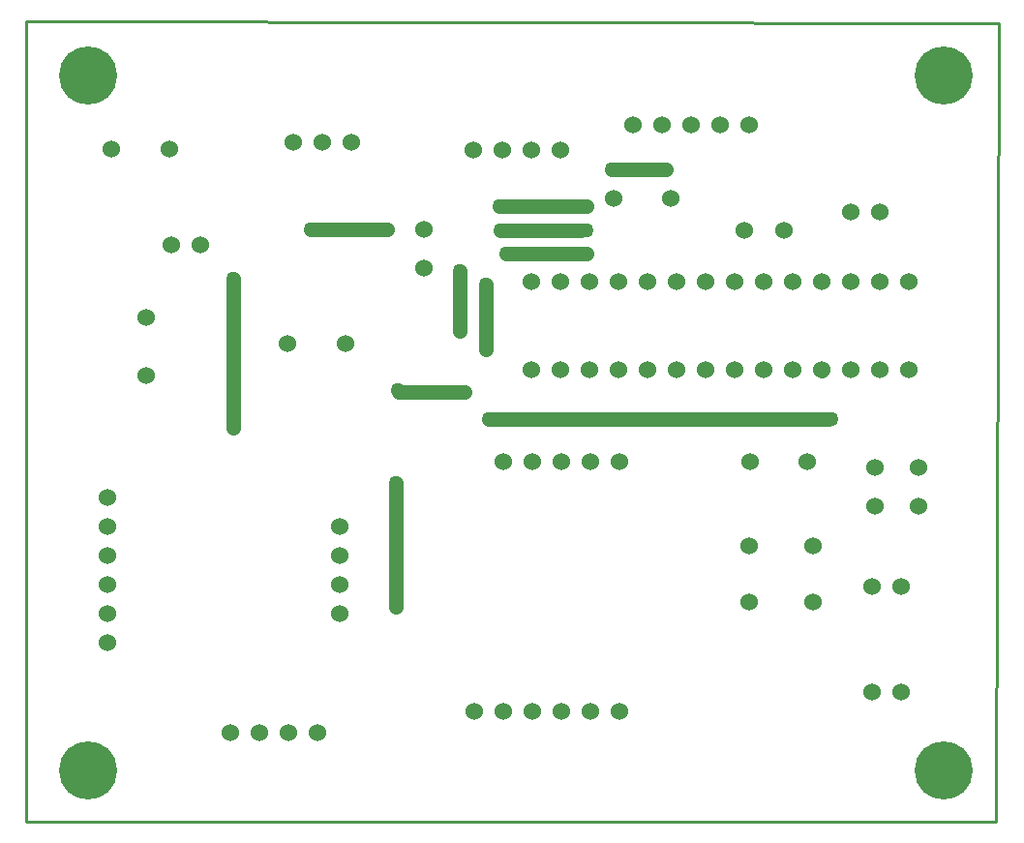
<source format=gtl>
G04*
G04 #@! TF.GenerationSoftware,Altium Limited,Altium Designer,19.0.15 (446)*
G04*
G04 Layer_Physical_Order=1*
G04 Layer_Color=255*
%FSLAX44Y44*%
%MOMM*%
G71*
G01*
G75*
%ADD11C,0.2540*%
%ADD20C,1.2700*%
%ADD21C,1.5240*%
%ADD22C,5.0800*%
%ADD23C,1.2700*%
D11*
X375920Y548640D02*
Y1248410D01*
Y548640D02*
X1224280D01*
X1226820Y1247140D01*
X375920Y1248410D02*
X1226820Y1247140D01*
D20*
X888820Y1118870D02*
X935990D01*
X906093Y1157639D02*
X906780D01*
X939314Y1093956D02*
X939800Y1093470D01*
X699770Y736420D02*
Y844550D01*
X778510Y961390D02*
Y1018540D01*
X796290Y1045210D02*
X866140D01*
X755650Y977900D02*
Y1029970D01*
X791210Y1065670D02*
X860920D01*
X789940Y1086759D02*
X866140D01*
X701040Y925830D02*
X702310Y924560D01*
X759460D01*
X723900Y1032510D02*
X724386Y1032996D01*
X557530Y892810D02*
Y1023620D01*
X624840Y1066800D02*
X692150D01*
X781050Y900430D02*
X1078230D01*
X1071880Y943610D02*
X1072366Y943124D01*
D21*
X501650Y1136650D02*
D03*
X450850D02*
D03*
X447040Y831850D02*
D03*
Y806450D02*
D03*
Y781050D02*
D03*
Y755650D02*
D03*
Y730250D02*
D03*
Y704850D02*
D03*
X650240Y806450D02*
D03*
Y781050D02*
D03*
Y755650D02*
D03*
Y730250D02*
D03*
X1116330Y754019D02*
D03*
X1141730D02*
D03*
X1059180Y863600D02*
D03*
X1009650D02*
D03*
X660688Y1142400D02*
D03*
X635288D02*
D03*
X609888D02*
D03*
X528320Y1052830D02*
D03*
X502920D02*
D03*
X631190Y626110D02*
D03*
X605790D02*
D03*
X580390D02*
D03*
X554990D02*
D03*
X481330Y989370D02*
D03*
Y938570D02*
D03*
X655320Y966470D02*
D03*
X604520D02*
D03*
X895350Y645160D02*
D03*
X869950D02*
D03*
X844550D02*
D03*
X819150D02*
D03*
X793750D02*
D03*
X768350D02*
D03*
X793750Y863600D02*
D03*
X819150D02*
D03*
X844550D02*
D03*
X869950D02*
D03*
X895350D02*
D03*
X843280Y1135698D02*
D03*
X817880D02*
D03*
X792480D02*
D03*
X767080D02*
D03*
X723900Y1032510D02*
D03*
Y1066800D02*
D03*
X817880Y1020608D02*
D03*
X843280D02*
D03*
X868680D02*
D03*
X894080D02*
D03*
X919480D02*
D03*
X944880D02*
D03*
X970280D02*
D03*
X995680D02*
D03*
X1021080D02*
D03*
X1046480D02*
D03*
X1071880D02*
D03*
X1097280D02*
D03*
X1122680D02*
D03*
X1148080D02*
D03*
Y943610D02*
D03*
X1122680D02*
D03*
X1097280D02*
D03*
X1071880D02*
D03*
X1046480D02*
D03*
X1021080D02*
D03*
X995680D02*
D03*
X970280D02*
D03*
X944880D02*
D03*
X919480D02*
D03*
X894080D02*
D03*
X868680D02*
D03*
X843280D02*
D03*
X817880D02*
D03*
X1008380Y740410D02*
D03*
Y789940D02*
D03*
X1097280Y1081679D02*
D03*
X1122680D02*
D03*
X1064260Y740410D02*
D03*
Y789940D02*
D03*
X1004570Y1065670D02*
D03*
X1038860D02*
D03*
X1118870Y824230D02*
D03*
Y858520D02*
D03*
X1156970D02*
D03*
Y824230D02*
D03*
X1116330Y661670D02*
D03*
X1141730D02*
D03*
X939800Y1093470D02*
D03*
X890270D02*
D03*
X1008380Y1157639D02*
D03*
X982980D02*
D03*
X957580D02*
D03*
X932180D02*
D03*
X906780D02*
D03*
D22*
X430530Y1201420D02*
D03*
Y593090D02*
D03*
X1178560D02*
D03*
Y1201420D02*
D03*
D23*
X935990Y1118870D02*
D03*
X888820D02*
D03*
X699770Y736420D02*
D03*
Y844550D02*
D03*
X778510Y961390D02*
D03*
Y1018540D02*
D03*
X796290Y1045210D02*
D03*
X866140D02*
D03*
X755650Y1029970D02*
D03*
Y977900D02*
D03*
X791210Y1065670D02*
D03*
X866140D02*
D03*
X789940Y1086759D02*
D03*
X866140D02*
D03*
X624840Y1066800D02*
D03*
X692150D02*
D03*
X557530Y892810D02*
D03*
Y1023620D02*
D03*
X701040Y925830D02*
D03*
X759460Y924560D02*
D03*
X1080770Y900430D02*
D03*
X781050D02*
D03*
M02*

</source>
